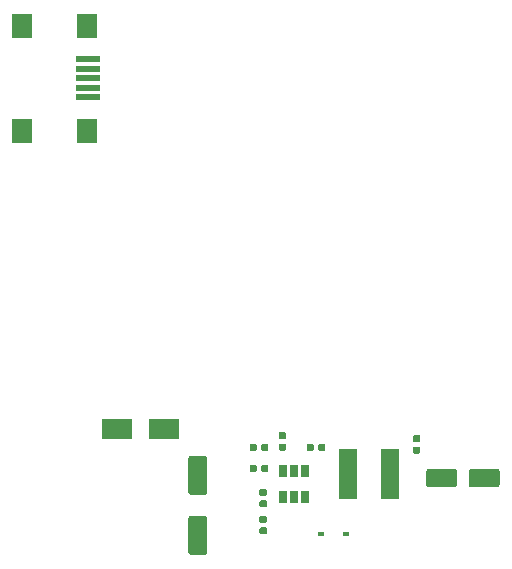
<source format=gbr>
G04 #@! TF.GenerationSoftware,KiCad,Pcbnew,(5.1.5)-3*
G04 #@! TF.CreationDate,2020-10-16T19:19:18-07:00*
G04 #@! TF.ProjectId,teensy4_ramps,7465656e-7379-4345-9f72-616d70732e6b,rev?*
G04 #@! TF.SameCoordinates,Original*
G04 #@! TF.FileFunction,Paste,Top*
G04 #@! TF.FilePolarity,Positive*
%FSLAX46Y46*%
G04 Gerber Fmt 4.6, Leading zero omitted, Abs format (unit mm)*
G04 Created by KiCad (PCBNEW (5.1.5)-3) date 2020-10-16 19:19:18*
%MOMM*%
%LPD*%
G04 APERTURE LIST*
%ADD10R,0.600000X0.450000*%
%ADD11C,0.100000*%
%ADD12R,0.650000X1.060000*%
%ADD13R,1.500000X4.200000*%
%ADD14R,1.700000X2.000000*%
%ADD15R,2.000000X0.500000*%
%ADD16R,2.500000X1.800000*%
G04 APERTURE END LIST*
D10*
X130786600Y-97637600D03*
X128686600Y-97637600D03*
D11*
G36*
X143580704Y-92063604D02*
G01*
X143604973Y-92067204D01*
X143628771Y-92073165D01*
X143651871Y-92081430D01*
X143674049Y-92091920D01*
X143695093Y-92104533D01*
X143714798Y-92119147D01*
X143732977Y-92135623D01*
X143749453Y-92153802D01*
X143764067Y-92173507D01*
X143776680Y-92194551D01*
X143787170Y-92216729D01*
X143795435Y-92239829D01*
X143801396Y-92263627D01*
X143804996Y-92287896D01*
X143806200Y-92312400D01*
X143806200Y-93412400D01*
X143804996Y-93436904D01*
X143801396Y-93461173D01*
X143795435Y-93484971D01*
X143787170Y-93508071D01*
X143776680Y-93530249D01*
X143764067Y-93551293D01*
X143749453Y-93570998D01*
X143732977Y-93589177D01*
X143714798Y-93605653D01*
X143695093Y-93620267D01*
X143674049Y-93632880D01*
X143651871Y-93643370D01*
X143628771Y-93651635D01*
X143604973Y-93657596D01*
X143580704Y-93661196D01*
X143556200Y-93662400D01*
X141456200Y-93662400D01*
X141431696Y-93661196D01*
X141407427Y-93657596D01*
X141383629Y-93651635D01*
X141360529Y-93643370D01*
X141338351Y-93632880D01*
X141317307Y-93620267D01*
X141297602Y-93605653D01*
X141279423Y-93589177D01*
X141262947Y-93570998D01*
X141248333Y-93551293D01*
X141235720Y-93530249D01*
X141225230Y-93508071D01*
X141216965Y-93484971D01*
X141211004Y-93461173D01*
X141207404Y-93436904D01*
X141206200Y-93412400D01*
X141206200Y-92312400D01*
X141207404Y-92287896D01*
X141211004Y-92263627D01*
X141216965Y-92239829D01*
X141225230Y-92216729D01*
X141235720Y-92194551D01*
X141248333Y-92173507D01*
X141262947Y-92153802D01*
X141279423Y-92135623D01*
X141297602Y-92119147D01*
X141317307Y-92104533D01*
X141338351Y-92091920D01*
X141360529Y-92081430D01*
X141383629Y-92073165D01*
X141407427Y-92067204D01*
X141431696Y-92063604D01*
X141456200Y-92062400D01*
X143556200Y-92062400D01*
X143580704Y-92063604D01*
G37*
G36*
X139980704Y-92063604D02*
G01*
X140004973Y-92067204D01*
X140028771Y-92073165D01*
X140051871Y-92081430D01*
X140074049Y-92091920D01*
X140095093Y-92104533D01*
X140114798Y-92119147D01*
X140132977Y-92135623D01*
X140149453Y-92153802D01*
X140164067Y-92173507D01*
X140176680Y-92194551D01*
X140187170Y-92216729D01*
X140195435Y-92239829D01*
X140201396Y-92263627D01*
X140204996Y-92287896D01*
X140206200Y-92312400D01*
X140206200Y-93412400D01*
X140204996Y-93436904D01*
X140201396Y-93461173D01*
X140195435Y-93484971D01*
X140187170Y-93508071D01*
X140176680Y-93530249D01*
X140164067Y-93551293D01*
X140149453Y-93570998D01*
X140132977Y-93589177D01*
X140114798Y-93605653D01*
X140095093Y-93620267D01*
X140074049Y-93632880D01*
X140051871Y-93643370D01*
X140028771Y-93651635D01*
X140004973Y-93657596D01*
X139980704Y-93661196D01*
X139956200Y-93662400D01*
X137856200Y-93662400D01*
X137831696Y-93661196D01*
X137807427Y-93657596D01*
X137783629Y-93651635D01*
X137760529Y-93643370D01*
X137738351Y-93632880D01*
X137717307Y-93620267D01*
X137697602Y-93605653D01*
X137679423Y-93589177D01*
X137662947Y-93570998D01*
X137648333Y-93551293D01*
X137635720Y-93530249D01*
X137625230Y-93508071D01*
X137616965Y-93484971D01*
X137611004Y-93461173D01*
X137607404Y-93436904D01*
X137606200Y-93412400D01*
X137606200Y-92312400D01*
X137607404Y-92287896D01*
X137611004Y-92263627D01*
X137616965Y-92239829D01*
X137625230Y-92216729D01*
X137635720Y-92194551D01*
X137648333Y-92173507D01*
X137662947Y-92153802D01*
X137679423Y-92135623D01*
X137697602Y-92119147D01*
X137717307Y-92104533D01*
X137738351Y-92091920D01*
X137760529Y-92081430D01*
X137783629Y-92073165D01*
X137807427Y-92067204D01*
X137831696Y-92063604D01*
X137856200Y-92062400D01*
X139956200Y-92062400D01*
X139980704Y-92063604D01*
G37*
D12*
X126415800Y-94452800D03*
X127365800Y-94452800D03*
X125465800Y-94452800D03*
X125465800Y-92252800D03*
X126415800Y-92252800D03*
X127365800Y-92252800D03*
D11*
G36*
X124093358Y-89952310D02*
G01*
X124107676Y-89954434D01*
X124121717Y-89957951D01*
X124135346Y-89962828D01*
X124148431Y-89969017D01*
X124160847Y-89976458D01*
X124172473Y-89985081D01*
X124183198Y-89994802D01*
X124192919Y-90005527D01*
X124201542Y-90017153D01*
X124208983Y-90029569D01*
X124215172Y-90042654D01*
X124220049Y-90056283D01*
X124223566Y-90070324D01*
X124225690Y-90084642D01*
X124226400Y-90099100D01*
X124226400Y-90444100D01*
X124225690Y-90458558D01*
X124223566Y-90472876D01*
X124220049Y-90486917D01*
X124215172Y-90500546D01*
X124208983Y-90513631D01*
X124201542Y-90526047D01*
X124192919Y-90537673D01*
X124183198Y-90548398D01*
X124172473Y-90558119D01*
X124160847Y-90566742D01*
X124148431Y-90574183D01*
X124135346Y-90580372D01*
X124121717Y-90585249D01*
X124107676Y-90588766D01*
X124093358Y-90590890D01*
X124078900Y-90591600D01*
X123783900Y-90591600D01*
X123769442Y-90590890D01*
X123755124Y-90588766D01*
X123741083Y-90585249D01*
X123727454Y-90580372D01*
X123714369Y-90574183D01*
X123701953Y-90566742D01*
X123690327Y-90558119D01*
X123679602Y-90548398D01*
X123669881Y-90537673D01*
X123661258Y-90526047D01*
X123653817Y-90513631D01*
X123647628Y-90500546D01*
X123642751Y-90486917D01*
X123639234Y-90472876D01*
X123637110Y-90458558D01*
X123636400Y-90444100D01*
X123636400Y-90099100D01*
X123637110Y-90084642D01*
X123639234Y-90070324D01*
X123642751Y-90056283D01*
X123647628Y-90042654D01*
X123653817Y-90029569D01*
X123661258Y-90017153D01*
X123669881Y-90005527D01*
X123679602Y-89994802D01*
X123690327Y-89985081D01*
X123701953Y-89976458D01*
X123714369Y-89969017D01*
X123727454Y-89962828D01*
X123741083Y-89957951D01*
X123755124Y-89954434D01*
X123769442Y-89952310D01*
X123783900Y-89951600D01*
X124078900Y-89951600D01*
X124093358Y-89952310D01*
G37*
G36*
X123123358Y-89952310D02*
G01*
X123137676Y-89954434D01*
X123151717Y-89957951D01*
X123165346Y-89962828D01*
X123178431Y-89969017D01*
X123190847Y-89976458D01*
X123202473Y-89985081D01*
X123213198Y-89994802D01*
X123222919Y-90005527D01*
X123231542Y-90017153D01*
X123238983Y-90029569D01*
X123245172Y-90042654D01*
X123250049Y-90056283D01*
X123253566Y-90070324D01*
X123255690Y-90084642D01*
X123256400Y-90099100D01*
X123256400Y-90444100D01*
X123255690Y-90458558D01*
X123253566Y-90472876D01*
X123250049Y-90486917D01*
X123245172Y-90500546D01*
X123238983Y-90513631D01*
X123231542Y-90526047D01*
X123222919Y-90537673D01*
X123213198Y-90548398D01*
X123202473Y-90558119D01*
X123190847Y-90566742D01*
X123178431Y-90574183D01*
X123165346Y-90580372D01*
X123151717Y-90585249D01*
X123137676Y-90588766D01*
X123123358Y-90590890D01*
X123108900Y-90591600D01*
X122813900Y-90591600D01*
X122799442Y-90590890D01*
X122785124Y-90588766D01*
X122771083Y-90585249D01*
X122757454Y-90580372D01*
X122744369Y-90574183D01*
X122731953Y-90566742D01*
X122720327Y-90558119D01*
X122709602Y-90548398D01*
X122699881Y-90537673D01*
X122691258Y-90526047D01*
X122683817Y-90513631D01*
X122677628Y-90500546D01*
X122672751Y-90486917D01*
X122669234Y-90472876D01*
X122667110Y-90458558D01*
X122666400Y-90444100D01*
X122666400Y-90099100D01*
X122667110Y-90084642D01*
X122669234Y-90070324D01*
X122672751Y-90056283D01*
X122677628Y-90042654D01*
X122683817Y-90029569D01*
X122691258Y-90017153D01*
X122699881Y-90005527D01*
X122709602Y-89994802D01*
X122720327Y-89985081D01*
X122731953Y-89976458D01*
X122744369Y-89969017D01*
X122757454Y-89962828D01*
X122771083Y-89957951D01*
X122785124Y-89954434D01*
X122799442Y-89952310D01*
X122813900Y-89951600D01*
X123108900Y-89951600D01*
X123123358Y-89952310D01*
G37*
G36*
X125612158Y-89956710D02*
G01*
X125626476Y-89958834D01*
X125640517Y-89962351D01*
X125654146Y-89967228D01*
X125667231Y-89973417D01*
X125679647Y-89980858D01*
X125691273Y-89989481D01*
X125701998Y-89999202D01*
X125711719Y-90009927D01*
X125720342Y-90021553D01*
X125727783Y-90033969D01*
X125733972Y-90047054D01*
X125738849Y-90060683D01*
X125742366Y-90074724D01*
X125744490Y-90089042D01*
X125745200Y-90103500D01*
X125745200Y-90398500D01*
X125744490Y-90412958D01*
X125742366Y-90427276D01*
X125738849Y-90441317D01*
X125733972Y-90454946D01*
X125727783Y-90468031D01*
X125720342Y-90480447D01*
X125711719Y-90492073D01*
X125701998Y-90502798D01*
X125691273Y-90512519D01*
X125679647Y-90521142D01*
X125667231Y-90528583D01*
X125654146Y-90534772D01*
X125640517Y-90539649D01*
X125626476Y-90543166D01*
X125612158Y-90545290D01*
X125597700Y-90546000D01*
X125252700Y-90546000D01*
X125238242Y-90545290D01*
X125223924Y-90543166D01*
X125209883Y-90539649D01*
X125196254Y-90534772D01*
X125183169Y-90528583D01*
X125170753Y-90521142D01*
X125159127Y-90512519D01*
X125148402Y-90502798D01*
X125138681Y-90492073D01*
X125130058Y-90480447D01*
X125122617Y-90468031D01*
X125116428Y-90454946D01*
X125111551Y-90441317D01*
X125108034Y-90427276D01*
X125105910Y-90412958D01*
X125105200Y-90398500D01*
X125105200Y-90103500D01*
X125105910Y-90089042D01*
X125108034Y-90074724D01*
X125111551Y-90060683D01*
X125116428Y-90047054D01*
X125122617Y-90033969D01*
X125130058Y-90021553D01*
X125138681Y-90009927D01*
X125148402Y-89999202D01*
X125159127Y-89989481D01*
X125170753Y-89980858D01*
X125183169Y-89973417D01*
X125196254Y-89967228D01*
X125209883Y-89962351D01*
X125223924Y-89958834D01*
X125238242Y-89956710D01*
X125252700Y-89956000D01*
X125597700Y-89956000D01*
X125612158Y-89956710D01*
G37*
G36*
X125612158Y-88986710D02*
G01*
X125626476Y-88988834D01*
X125640517Y-88992351D01*
X125654146Y-88997228D01*
X125667231Y-89003417D01*
X125679647Y-89010858D01*
X125691273Y-89019481D01*
X125701998Y-89029202D01*
X125711719Y-89039927D01*
X125720342Y-89051553D01*
X125727783Y-89063969D01*
X125733972Y-89077054D01*
X125738849Y-89090683D01*
X125742366Y-89104724D01*
X125744490Y-89119042D01*
X125745200Y-89133500D01*
X125745200Y-89428500D01*
X125744490Y-89442958D01*
X125742366Y-89457276D01*
X125738849Y-89471317D01*
X125733972Y-89484946D01*
X125727783Y-89498031D01*
X125720342Y-89510447D01*
X125711719Y-89522073D01*
X125701998Y-89532798D01*
X125691273Y-89542519D01*
X125679647Y-89551142D01*
X125667231Y-89558583D01*
X125654146Y-89564772D01*
X125640517Y-89569649D01*
X125626476Y-89573166D01*
X125612158Y-89575290D01*
X125597700Y-89576000D01*
X125252700Y-89576000D01*
X125238242Y-89575290D01*
X125223924Y-89573166D01*
X125209883Y-89569649D01*
X125196254Y-89564772D01*
X125183169Y-89558583D01*
X125170753Y-89551142D01*
X125159127Y-89542519D01*
X125148402Y-89532798D01*
X125138681Y-89522073D01*
X125130058Y-89510447D01*
X125122617Y-89498031D01*
X125116428Y-89484946D01*
X125111551Y-89471317D01*
X125108034Y-89457276D01*
X125105910Y-89442958D01*
X125105200Y-89428500D01*
X125105200Y-89133500D01*
X125105910Y-89119042D01*
X125108034Y-89104724D01*
X125111551Y-89090683D01*
X125116428Y-89077054D01*
X125122617Y-89063969D01*
X125130058Y-89051553D01*
X125138681Y-89039927D01*
X125148402Y-89029202D01*
X125159127Y-89019481D01*
X125170753Y-89010858D01*
X125183169Y-89003417D01*
X125196254Y-88997228D01*
X125209883Y-88992351D01*
X125223924Y-88988834D01*
X125238242Y-88986710D01*
X125252700Y-88986000D01*
X125597700Y-88986000D01*
X125612158Y-88986710D01*
G37*
G36*
X123986558Y-94757310D02*
G01*
X124000876Y-94759434D01*
X124014917Y-94762951D01*
X124028546Y-94767828D01*
X124041631Y-94774017D01*
X124054047Y-94781458D01*
X124065673Y-94790081D01*
X124076398Y-94799802D01*
X124086119Y-94810527D01*
X124094742Y-94822153D01*
X124102183Y-94834569D01*
X124108372Y-94847654D01*
X124113249Y-94861283D01*
X124116766Y-94875324D01*
X124118890Y-94889642D01*
X124119600Y-94904100D01*
X124119600Y-95199100D01*
X124118890Y-95213558D01*
X124116766Y-95227876D01*
X124113249Y-95241917D01*
X124108372Y-95255546D01*
X124102183Y-95268631D01*
X124094742Y-95281047D01*
X124086119Y-95292673D01*
X124076398Y-95303398D01*
X124065673Y-95313119D01*
X124054047Y-95321742D01*
X124041631Y-95329183D01*
X124028546Y-95335372D01*
X124014917Y-95340249D01*
X124000876Y-95343766D01*
X123986558Y-95345890D01*
X123972100Y-95346600D01*
X123627100Y-95346600D01*
X123612642Y-95345890D01*
X123598324Y-95343766D01*
X123584283Y-95340249D01*
X123570654Y-95335372D01*
X123557569Y-95329183D01*
X123545153Y-95321742D01*
X123533527Y-95313119D01*
X123522802Y-95303398D01*
X123513081Y-95292673D01*
X123504458Y-95281047D01*
X123497017Y-95268631D01*
X123490828Y-95255546D01*
X123485951Y-95241917D01*
X123482434Y-95227876D01*
X123480310Y-95213558D01*
X123479600Y-95199100D01*
X123479600Y-94904100D01*
X123480310Y-94889642D01*
X123482434Y-94875324D01*
X123485951Y-94861283D01*
X123490828Y-94847654D01*
X123497017Y-94834569D01*
X123504458Y-94822153D01*
X123513081Y-94810527D01*
X123522802Y-94799802D01*
X123533527Y-94790081D01*
X123545153Y-94781458D01*
X123557569Y-94774017D01*
X123570654Y-94767828D01*
X123584283Y-94762951D01*
X123598324Y-94759434D01*
X123612642Y-94757310D01*
X123627100Y-94756600D01*
X123972100Y-94756600D01*
X123986558Y-94757310D01*
G37*
G36*
X123986558Y-93787310D02*
G01*
X124000876Y-93789434D01*
X124014917Y-93792951D01*
X124028546Y-93797828D01*
X124041631Y-93804017D01*
X124054047Y-93811458D01*
X124065673Y-93820081D01*
X124076398Y-93829802D01*
X124086119Y-93840527D01*
X124094742Y-93852153D01*
X124102183Y-93864569D01*
X124108372Y-93877654D01*
X124113249Y-93891283D01*
X124116766Y-93905324D01*
X124118890Y-93919642D01*
X124119600Y-93934100D01*
X124119600Y-94229100D01*
X124118890Y-94243558D01*
X124116766Y-94257876D01*
X124113249Y-94271917D01*
X124108372Y-94285546D01*
X124102183Y-94298631D01*
X124094742Y-94311047D01*
X124086119Y-94322673D01*
X124076398Y-94333398D01*
X124065673Y-94343119D01*
X124054047Y-94351742D01*
X124041631Y-94359183D01*
X124028546Y-94365372D01*
X124014917Y-94370249D01*
X124000876Y-94373766D01*
X123986558Y-94375890D01*
X123972100Y-94376600D01*
X123627100Y-94376600D01*
X123612642Y-94375890D01*
X123598324Y-94373766D01*
X123584283Y-94370249D01*
X123570654Y-94365372D01*
X123557569Y-94359183D01*
X123545153Y-94351742D01*
X123533527Y-94343119D01*
X123522802Y-94333398D01*
X123513081Y-94322673D01*
X123504458Y-94311047D01*
X123497017Y-94298631D01*
X123490828Y-94285546D01*
X123485951Y-94271917D01*
X123482434Y-94257876D01*
X123480310Y-94243558D01*
X123479600Y-94229100D01*
X123479600Y-93934100D01*
X123480310Y-93919642D01*
X123482434Y-93905324D01*
X123485951Y-93891283D01*
X123490828Y-93877654D01*
X123497017Y-93864569D01*
X123504458Y-93852153D01*
X123513081Y-93840527D01*
X123522802Y-93829802D01*
X123533527Y-93820081D01*
X123545153Y-93811458D01*
X123557569Y-93804017D01*
X123570654Y-93797828D01*
X123584283Y-93792951D01*
X123598324Y-93789434D01*
X123612642Y-93787310D01*
X123627100Y-93786600D01*
X123972100Y-93786600D01*
X123986558Y-93787310D01*
G37*
D13*
X134562400Y-92532200D03*
X130962400Y-92532200D03*
D14*
X103398200Y-63454200D03*
X108848200Y-63454200D03*
X103398200Y-54554200D03*
X108848200Y-54554200D03*
D15*
X108948200Y-60604200D03*
X108948200Y-59804200D03*
X108948200Y-59004200D03*
X108948200Y-58204200D03*
X108948200Y-57404200D03*
D16*
X111429800Y-88747600D03*
X115429800Y-88747600D03*
D11*
G36*
X136965958Y-89240710D02*
G01*
X136980276Y-89242834D01*
X136994317Y-89246351D01*
X137007946Y-89251228D01*
X137021031Y-89257417D01*
X137033447Y-89264858D01*
X137045073Y-89273481D01*
X137055798Y-89283202D01*
X137065519Y-89293927D01*
X137074142Y-89305553D01*
X137081583Y-89317969D01*
X137087772Y-89331054D01*
X137092649Y-89344683D01*
X137096166Y-89358724D01*
X137098290Y-89373042D01*
X137099000Y-89387500D01*
X137099000Y-89682500D01*
X137098290Y-89696958D01*
X137096166Y-89711276D01*
X137092649Y-89725317D01*
X137087772Y-89738946D01*
X137081583Y-89752031D01*
X137074142Y-89764447D01*
X137065519Y-89776073D01*
X137055798Y-89786798D01*
X137045073Y-89796519D01*
X137033447Y-89805142D01*
X137021031Y-89812583D01*
X137007946Y-89818772D01*
X136994317Y-89823649D01*
X136980276Y-89827166D01*
X136965958Y-89829290D01*
X136951500Y-89830000D01*
X136606500Y-89830000D01*
X136592042Y-89829290D01*
X136577724Y-89827166D01*
X136563683Y-89823649D01*
X136550054Y-89818772D01*
X136536969Y-89812583D01*
X136524553Y-89805142D01*
X136512927Y-89796519D01*
X136502202Y-89786798D01*
X136492481Y-89776073D01*
X136483858Y-89764447D01*
X136476417Y-89752031D01*
X136470228Y-89738946D01*
X136465351Y-89725317D01*
X136461834Y-89711276D01*
X136459710Y-89696958D01*
X136459000Y-89682500D01*
X136459000Y-89387500D01*
X136459710Y-89373042D01*
X136461834Y-89358724D01*
X136465351Y-89344683D01*
X136470228Y-89331054D01*
X136476417Y-89317969D01*
X136483858Y-89305553D01*
X136492481Y-89293927D01*
X136502202Y-89283202D01*
X136512927Y-89273481D01*
X136524553Y-89264858D01*
X136536969Y-89257417D01*
X136550054Y-89251228D01*
X136563683Y-89246351D01*
X136577724Y-89242834D01*
X136592042Y-89240710D01*
X136606500Y-89240000D01*
X136951500Y-89240000D01*
X136965958Y-89240710D01*
G37*
G36*
X136965958Y-90210710D02*
G01*
X136980276Y-90212834D01*
X136994317Y-90216351D01*
X137007946Y-90221228D01*
X137021031Y-90227417D01*
X137033447Y-90234858D01*
X137045073Y-90243481D01*
X137055798Y-90253202D01*
X137065519Y-90263927D01*
X137074142Y-90275553D01*
X137081583Y-90287969D01*
X137087772Y-90301054D01*
X137092649Y-90314683D01*
X137096166Y-90328724D01*
X137098290Y-90343042D01*
X137099000Y-90357500D01*
X137099000Y-90652500D01*
X137098290Y-90666958D01*
X137096166Y-90681276D01*
X137092649Y-90695317D01*
X137087772Y-90708946D01*
X137081583Y-90722031D01*
X137074142Y-90734447D01*
X137065519Y-90746073D01*
X137055798Y-90756798D01*
X137045073Y-90766519D01*
X137033447Y-90775142D01*
X137021031Y-90782583D01*
X137007946Y-90788772D01*
X136994317Y-90793649D01*
X136980276Y-90797166D01*
X136965958Y-90799290D01*
X136951500Y-90800000D01*
X136606500Y-90800000D01*
X136592042Y-90799290D01*
X136577724Y-90797166D01*
X136563683Y-90793649D01*
X136550054Y-90788772D01*
X136536969Y-90782583D01*
X136524553Y-90775142D01*
X136512927Y-90766519D01*
X136502202Y-90756798D01*
X136492481Y-90746073D01*
X136483858Y-90734447D01*
X136476417Y-90722031D01*
X136470228Y-90708946D01*
X136465351Y-90695317D01*
X136461834Y-90681276D01*
X136459710Y-90666958D01*
X136459000Y-90652500D01*
X136459000Y-90357500D01*
X136459710Y-90343042D01*
X136461834Y-90328724D01*
X136465351Y-90314683D01*
X136470228Y-90301054D01*
X136476417Y-90287969D01*
X136483858Y-90275553D01*
X136492481Y-90263927D01*
X136502202Y-90253202D01*
X136512927Y-90243481D01*
X136524553Y-90234858D01*
X136536969Y-90227417D01*
X136550054Y-90221228D01*
X136563683Y-90216351D01*
X136577724Y-90212834D01*
X136592042Y-90210710D01*
X136606500Y-90210000D01*
X136951500Y-90210000D01*
X136965958Y-90210710D01*
G37*
G36*
X123123358Y-91730310D02*
G01*
X123137676Y-91732434D01*
X123151717Y-91735951D01*
X123165346Y-91740828D01*
X123178431Y-91747017D01*
X123190847Y-91754458D01*
X123202473Y-91763081D01*
X123213198Y-91772802D01*
X123222919Y-91783527D01*
X123231542Y-91795153D01*
X123238983Y-91807569D01*
X123245172Y-91820654D01*
X123250049Y-91834283D01*
X123253566Y-91848324D01*
X123255690Y-91862642D01*
X123256400Y-91877100D01*
X123256400Y-92222100D01*
X123255690Y-92236558D01*
X123253566Y-92250876D01*
X123250049Y-92264917D01*
X123245172Y-92278546D01*
X123238983Y-92291631D01*
X123231542Y-92304047D01*
X123222919Y-92315673D01*
X123213198Y-92326398D01*
X123202473Y-92336119D01*
X123190847Y-92344742D01*
X123178431Y-92352183D01*
X123165346Y-92358372D01*
X123151717Y-92363249D01*
X123137676Y-92366766D01*
X123123358Y-92368890D01*
X123108900Y-92369600D01*
X122813900Y-92369600D01*
X122799442Y-92368890D01*
X122785124Y-92366766D01*
X122771083Y-92363249D01*
X122757454Y-92358372D01*
X122744369Y-92352183D01*
X122731953Y-92344742D01*
X122720327Y-92336119D01*
X122709602Y-92326398D01*
X122699881Y-92315673D01*
X122691258Y-92304047D01*
X122683817Y-92291631D01*
X122677628Y-92278546D01*
X122672751Y-92264917D01*
X122669234Y-92250876D01*
X122667110Y-92236558D01*
X122666400Y-92222100D01*
X122666400Y-91877100D01*
X122667110Y-91862642D01*
X122669234Y-91848324D01*
X122672751Y-91834283D01*
X122677628Y-91820654D01*
X122683817Y-91807569D01*
X122691258Y-91795153D01*
X122699881Y-91783527D01*
X122709602Y-91772802D01*
X122720327Y-91763081D01*
X122731953Y-91754458D01*
X122744369Y-91747017D01*
X122757454Y-91740828D01*
X122771083Y-91735951D01*
X122785124Y-91732434D01*
X122799442Y-91730310D01*
X122813900Y-91729600D01*
X123108900Y-91729600D01*
X123123358Y-91730310D01*
G37*
G36*
X124093358Y-91730310D02*
G01*
X124107676Y-91732434D01*
X124121717Y-91735951D01*
X124135346Y-91740828D01*
X124148431Y-91747017D01*
X124160847Y-91754458D01*
X124172473Y-91763081D01*
X124183198Y-91772802D01*
X124192919Y-91783527D01*
X124201542Y-91795153D01*
X124208983Y-91807569D01*
X124215172Y-91820654D01*
X124220049Y-91834283D01*
X124223566Y-91848324D01*
X124225690Y-91862642D01*
X124226400Y-91877100D01*
X124226400Y-92222100D01*
X124225690Y-92236558D01*
X124223566Y-92250876D01*
X124220049Y-92264917D01*
X124215172Y-92278546D01*
X124208983Y-92291631D01*
X124201542Y-92304047D01*
X124192919Y-92315673D01*
X124183198Y-92326398D01*
X124172473Y-92336119D01*
X124160847Y-92344742D01*
X124148431Y-92352183D01*
X124135346Y-92358372D01*
X124121717Y-92363249D01*
X124107676Y-92366766D01*
X124093358Y-92368890D01*
X124078900Y-92369600D01*
X123783900Y-92369600D01*
X123769442Y-92368890D01*
X123755124Y-92366766D01*
X123741083Y-92363249D01*
X123727454Y-92358372D01*
X123714369Y-92352183D01*
X123701953Y-92344742D01*
X123690327Y-92336119D01*
X123679602Y-92326398D01*
X123669881Y-92315673D01*
X123661258Y-92304047D01*
X123653817Y-92291631D01*
X123647628Y-92278546D01*
X123642751Y-92264917D01*
X123639234Y-92250876D01*
X123637110Y-92236558D01*
X123636400Y-92222100D01*
X123636400Y-91877100D01*
X123637110Y-91862642D01*
X123639234Y-91848324D01*
X123642751Y-91834283D01*
X123647628Y-91820654D01*
X123653817Y-91807569D01*
X123661258Y-91795153D01*
X123669881Y-91783527D01*
X123679602Y-91772802D01*
X123690327Y-91763081D01*
X123701953Y-91754458D01*
X123714369Y-91747017D01*
X123727454Y-91740828D01*
X123741083Y-91735951D01*
X123755124Y-91732434D01*
X123769442Y-91730310D01*
X123783900Y-91729600D01*
X124078900Y-91729600D01*
X124093358Y-91730310D01*
G37*
G36*
X127944558Y-89952310D02*
G01*
X127958876Y-89954434D01*
X127972917Y-89957951D01*
X127986546Y-89962828D01*
X127999631Y-89969017D01*
X128012047Y-89976458D01*
X128023673Y-89985081D01*
X128034398Y-89994802D01*
X128044119Y-90005527D01*
X128052742Y-90017153D01*
X128060183Y-90029569D01*
X128066372Y-90042654D01*
X128071249Y-90056283D01*
X128074766Y-90070324D01*
X128076890Y-90084642D01*
X128077600Y-90099100D01*
X128077600Y-90444100D01*
X128076890Y-90458558D01*
X128074766Y-90472876D01*
X128071249Y-90486917D01*
X128066372Y-90500546D01*
X128060183Y-90513631D01*
X128052742Y-90526047D01*
X128044119Y-90537673D01*
X128034398Y-90548398D01*
X128023673Y-90558119D01*
X128012047Y-90566742D01*
X127999631Y-90574183D01*
X127986546Y-90580372D01*
X127972917Y-90585249D01*
X127958876Y-90588766D01*
X127944558Y-90590890D01*
X127930100Y-90591600D01*
X127635100Y-90591600D01*
X127620642Y-90590890D01*
X127606324Y-90588766D01*
X127592283Y-90585249D01*
X127578654Y-90580372D01*
X127565569Y-90574183D01*
X127553153Y-90566742D01*
X127541527Y-90558119D01*
X127530802Y-90548398D01*
X127521081Y-90537673D01*
X127512458Y-90526047D01*
X127505017Y-90513631D01*
X127498828Y-90500546D01*
X127493951Y-90486917D01*
X127490434Y-90472876D01*
X127488310Y-90458558D01*
X127487600Y-90444100D01*
X127487600Y-90099100D01*
X127488310Y-90084642D01*
X127490434Y-90070324D01*
X127493951Y-90056283D01*
X127498828Y-90042654D01*
X127505017Y-90029569D01*
X127512458Y-90017153D01*
X127521081Y-90005527D01*
X127530802Y-89994802D01*
X127541527Y-89985081D01*
X127553153Y-89976458D01*
X127565569Y-89969017D01*
X127578654Y-89962828D01*
X127592283Y-89957951D01*
X127606324Y-89954434D01*
X127620642Y-89952310D01*
X127635100Y-89951600D01*
X127930100Y-89951600D01*
X127944558Y-89952310D01*
G37*
G36*
X128914558Y-89952310D02*
G01*
X128928876Y-89954434D01*
X128942917Y-89957951D01*
X128956546Y-89962828D01*
X128969631Y-89969017D01*
X128982047Y-89976458D01*
X128993673Y-89985081D01*
X129004398Y-89994802D01*
X129014119Y-90005527D01*
X129022742Y-90017153D01*
X129030183Y-90029569D01*
X129036372Y-90042654D01*
X129041249Y-90056283D01*
X129044766Y-90070324D01*
X129046890Y-90084642D01*
X129047600Y-90099100D01*
X129047600Y-90444100D01*
X129046890Y-90458558D01*
X129044766Y-90472876D01*
X129041249Y-90486917D01*
X129036372Y-90500546D01*
X129030183Y-90513631D01*
X129022742Y-90526047D01*
X129014119Y-90537673D01*
X129004398Y-90548398D01*
X128993673Y-90558119D01*
X128982047Y-90566742D01*
X128969631Y-90574183D01*
X128956546Y-90580372D01*
X128942917Y-90585249D01*
X128928876Y-90588766D01*
X128914558Y-90590890D01*
X128900100Y-90591600D01*
X128605100Y-90591600D01*
X128590642Y-90590890D01*
X128576324Y-90588766D01*
X128562283Y-90585249D01*
X128548654Y-90580372D01*
X128535569Y-90574183D01*
X128523153Y-90566742D01*
X128511527Y-90558119D01*
X128500802Y-90548398D01*
X128491081Y-90537673D01*
X128482458Y-90526047D01*
X128475017Y-90513631D01*
X128468828Y-90500546D01*
X128463951Y-90486917D01*
X128460434Y-90472876D01*
X128458310Y-90458558D01*
X128457600Y-90444100D01*
X128457600Y-90099100D01*
X128458310Y-90084642D01*
X128460434Y-90070324D01*
X128463951Y-90056283D01*
X128468828Y-90042654D01*
X128475017Y-90029569D01*
X128482458Y-90017153D01*
X128491081Y-90005527D01*
X128500802Y-89994802D01*
X128511527Y-89985081D01*
X128523153Y-89976458D01*
X128535569Y-89969017D01*
X128548654Y-89962828D01*
X128562283Y-89957951D01*
X128576324Y-89954434D01*
X128590642Y-89952310D01*
X128605100Y-89951600D01*
X128900100Y-89951600D01*
X128914558Y-89952310D01*
G37*
G36*
X123986558Y-97043310D02*
G01*
X124000876Y-97045434D01*
X124014917Y-97048951D01*
X124028546Y-97053828D01*
X124041631Y-97060017D01*
X124054047Y-97067458D01*
X124065673Y-97076081D01*
X124076398Y-97085802D01*
X124086119Y-97096527D01*
X124094742Y-97108153D01*
X124102183Y-97120569D01*
X124108372Y-97133654D01*
X124113249Y-97147283D01*
X124116766Y-97161324D01*
X124118890Y-97175642D01*
X124119600Y-97190100D01*
X124119600Y-97485100D01*
X124118890Y-97499558D01*
X124116766Y-97513876D01*
X124113249Y-97527917D01*
X124108372Y-97541546D01*
X124102183Y-97554631D01*
X124094742Y-97567047D01*
X124086119Y-97578673D01*
X124076398Y-97589398D01*
X124065673Y-97599119D01*
X124054047Y-97607742D01*
X124041631Y-97615183D01*
X124028546Y-97621372D01*
X124014917Y-97626249D01*
X124000876Y-97629766D01*
X123986558Y-97631890D01*
X123972100Y-97632600D01*
X123627100Y-97632600D01*
X123612642Y-97631890D01*
X123598324Y-97629766D01*
X123584283Y-97626249D01*
X123570654Y-97621372D01*
X123557569Y-97615183D01*
X123545153Y-97607742D01*
X123533527Y-97599119D01*
X123522802Y-97589398D01*
X123513081Y-97578673D01*
X123504458Y-97567047D01*
X123497017Y-97554631D01*
X123490828Y-97541546D01*
X123485951Y-97527917D01*
X123482434Y-97513876D01*
X123480310Y-97499558D01*
X123479600Y-97485100D01*
X123479600Y-97190100D01*
X123480310Y-97175642D01*
X123482434Y-97161324D01*
X123485951Y-97147283D01*
X123490828Y-97133654D01*
X123497017Y-97120569D01*
X123504458Y-97108153D01*
X123513081Y-97096527D01*
X123522802Y-97085802D01*
X123533527Y-97076081D01*
X123545153Y-97067458D01*
X123557569Y-97060017D01*
X123570654Y-97053828D01*
X123584283Y-97048951D01*
X123598324Y-97045434D01*
X123612642Y-97043310D01*
X123627100Y-97042600D01*
X123972100Y-97042600D01*
X123986558Y-97043310D01*
G37*
G36*
X123986558Y-96073310D02*
G01*
X124000876Y-96075434D01*
X124014917Y-96078951D01*
X124028546Y-96083828D01*
X124041631Y-96090017D01*
X124054047Y-96097458D01*
X124065673Y-96106081D01*
X124076398Y-96115802D01*
X124086119Y-96126527D01*
X124094742Y-96138153D01*
X124102183Y-96150569D01*
X124108372Y-96163654D01*
X124113249Y-96177283D01*
X124116766Y-96191324D01*
X124118890Y-96205642D01*
X124119600Y-96220100D01*
X124119600Y-96515100D01*
X124118890Y-96529558D01*
X124116766Y-96543876D01*
X124113249Y-96557917D01*
X124108372Y-96571546D01*
X124102183Y-96584631D01*
X124094742Y-96597047D01*
X124086119Y-96608673D01*
X124076398Y-96619398D01*
X124065673Y-96629119D01*
X124054047Y-96637742D01*
X124041631Y-96645183D01*
X124028546Y-96651372D01*
X124014917Y-96656249D01*
X124000876Y-96659766D01*
X123986558Y-96661890D01*
X123972100Y-96662600D01*
X123627100Y-96662600D01*
X123612642Y-96661890D01*
X123598324Y-96659766D01*
X123584283Y-96656249D01*
X123570654Y-96651372D01*
X123557569Y-96645183D01*
X123545153Y-96637742D01*
X123533527Y-96629119D01*
X123522802Y-96619398D01*
X123513081Y-96608673D01*
X123504458Y-96597047D01*
X123497017Y-96584631D01*
X123490828Y-96571546D01*
X123485951Y-96557917D01*
X123482434Y-96543876D01*
X123480310Y-96529558D01*
X123479600Y-96515100D01*
X123479600Y-96220100D01*
X123480310Y-96205642D01*
X123482434Y-96191324D01*
X123485951Y-96177283D01*
X123490828Y-96163654D01*
X123497017Y-96150569D01*
X123504458Y-96138153D01*
X123513081Y-96126527D01*
X123522802Y-96115802D01*
X123533527Y-96106081D01*
X123545153Y-96097458D01*
X123557569Y-96090017D01*
X123570654Y-96083828D01*
X123584283Y-96078951D01*
X123598324Y-96075434D01*
X123612642Y-96073310D01*
X123627100Y-96072600D01*
X123972100Y-96072600D01*
X123986558Y-96073310D01*
G37*
G36*
X118836904Y-96047504D02*
G01*
X118861173Y-96051104D01*
X118884971Y-96057065D01*
X118908071Y-96065330D01*
X118930249Y-96075820D01*
X118951293Y-96088433D01*
X118970998Y-96103047D01*
X118989177Y-96119523D01*
X119005653Y-96137702D01*
X119020267Y-96157407D01*
X119032880Y-96178451D01*
X119043370Y-96200629D01*
X119051635Y-96223729D01*
X119057596Y-96247527D01*
X119061196Y-96271796D01*
X119062400Y-96296300D01*
X119062400Y-99121300D01*
X119061196Y-99145804D01*
X119057596Y-99170073D01*
X119051635Y-99193871D01*
X119043370Y-99216971D01*
X119032880Y-99239149D01*
X119020267Y-99260193D01*
X119005653Y-99279898D01*
X118989177Y-99298077D01*
X118970998Y-99314553D01*
X118951293Y-99329167D01*
X118930249Y-99341780D01*
X118908071Y-99352270D01*
X118884971Y-99360535D01*
X118861173Y-99366496D01*
X118836904Y-99370096D01*
X118812400Y-99371300D01*
X117712400Y-99371300D01*
X117687896Y-99370096D01*
X117663627Y-99366496D01*
X117639829Y-99360535D01*
X117616729Y-99352270D01*
X117594551Y-99341780D01*
X117573507Y-99329167D01*
X117553802Y-99314553D01*
X117535623Y-99298077D01*
X117519147Y-99279898D01*
X117504533Y-99260193D01*
X117491920Y-99239149D01*
X117481430Y-99216971D01*
X117473165Y-99193871D01*
X117467204Y-99170073D01*
X117463604Y-99145804D01*
X117462400Y-99121300D01*
X117462400Y-96296300D01*
X117463604Y-96271796D01*
X117467204Y-96247527D01*
X117473165Y-96223729D01*
X117481430Y-96200629D01*
X117491920Y-96178451D01*
X117504533Y-96157407D01*
X117519147Y-96137702D01*
X117535623Y-96119523D01*
X117553802Y-96103047D01*
X117573507Y-96088433D01*
X117594551Y-96075820D01*
X117616729Y-96065330D01*
X117639829Y-96057065D01*
X117663627Y-96051104D01*
X117687896Y-96047504D01*
X117712400Y-96046300D01*
X118812400Y-96046300D01*
X118836904Y-96047504D01*
G37*
G36*
X118836904Y-90972504D02*
G01*
X118861173Y-90976104D01*
X118884971Y-90982065D01*
X118908071Y-90990330D01*
X118930249Y-91000820D01*
X118951293Y-91013433D01*
X118970998Y-91028047D01*
X118989177Y-91044523D01*
X119005653Y-91062702D01*
X119020267Y-91082407D01*
X119032880Y-91103451D01*
X119043370Y-91125629D01*
X119051635Y-91148729D01*
X119057596Y-91172527D01*
X119061196Y-91196796D01*
X119062400Y-91221300D01*
X119062400Y-94046300D01*
X119061196Y-94070804D01*
X119057596Y-94095073D01*
X119051635Y-94118871D01*
X119043370Y-94141971D01*
X119032880Y-94164149D01*
X119020267Y-94185193D01*
X119005653Y-94204898D01*
X118989177Y-94223077D01*
X118970998Y-94239553D01*
X118951293Y-94254167D01*
X118930249Y-94266780D01*
X118908071Y-94277270D01*
X118884971Y-94285535D01*
X118861173Y-94291496D01*
X118836904Y-94295096D01*
X118812400Y-94296300D01*
X117712400Y-94296300D01*
X117687896Y-94295096D01*
X117663627Y-94291496D01*
X117639829Y-94285535D01*
X117616729Y-94277270D01*
X117594551Y-94266780D01*
X117573507Y-94254167D01*
X117553802Y-94239553D01*
X117535623Y-94223077D01*
X117519147Y-94204898D01*
X117504533Y-94185193D01*
X117491920Y-94164149D01*
X117481430Y-94141971D01*
X117473165Y-94118871D01*
X117467204Y-94095073D01*
X117463604Y-94070804D01*
X117462400Y-94046300D01*
X117462400Y-91221300D01*
X117463604Y-91196796D01*
X117467204Y-91172527D01*
X117473165Y-91148729D01*
X117481430Y-91125629D01*
X117491920Y-91103451D01*
X117504533Y-91082407D01*
X117519147Y-91062702D01*
X117535623Y-91044523D01*
X117553802Y-91028047D01*
X117573507Y-91013433D01*
X117594551Y-91000820D01*
X117616729Y-90990330D01*
X117639829Y-90982065D01*
X117663627Y-90976104D01*
X117687896Y-90972504D01*
X117712400Y-90971300D01*
X118812400Y-90971300D01*
X118836904Y-90972504D01*
G37*
M02*

</source>
